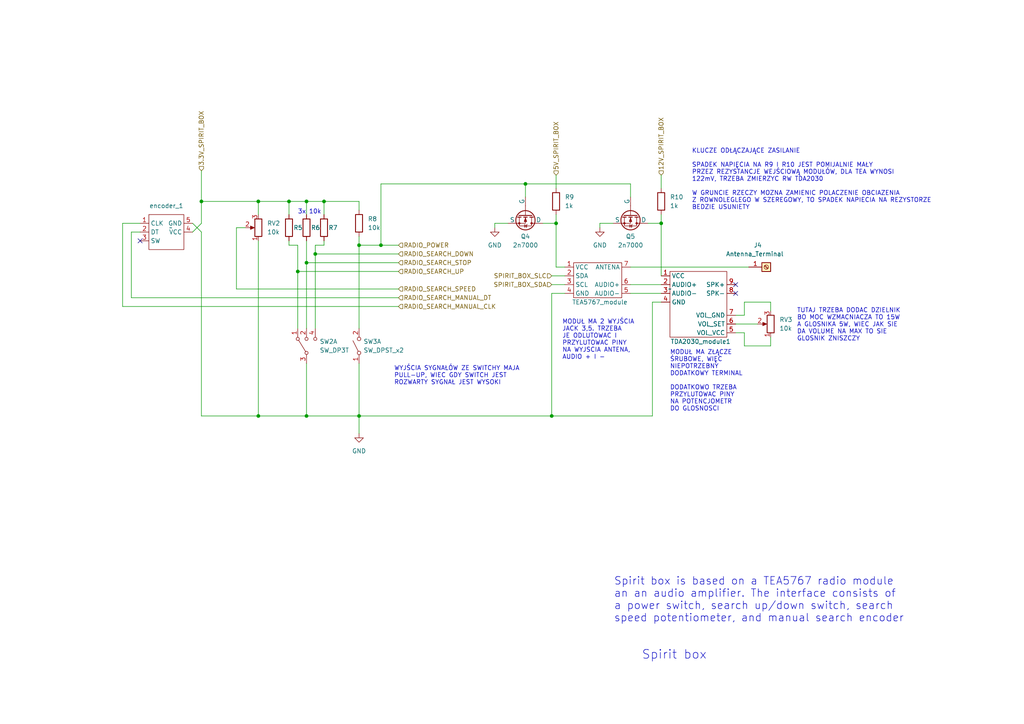
<source format=kicad_sch>
(kicad_sch (version 20231120) (generator "eeschema") (generator_version "8.0")
  (paper "A4")
  (lib_symbols
    (symbol "Connector:Screw_Terminal_01x01" (pin_names (offset 1.016) hide)
      (property "Reference" "J" (at 0 2.54 0))
      (property "Value" "Screw_Terminal_01x01" (at 0 -2.54 0))
      (symbol "Screw_Terminal_01x01_1_1"
        (rectangle (start -1.27 1.27) (end 1.27 -1.27) (stroke (width 0.254)) (fill (type background)))
        (polyline (pts (xy -0.5334 0.3302) (xy 0.3302 -0.508)) (stroke (width 0.1524)))
        (polyline (pts (xy -0.3556 0.508) (xy 0.508 -0.3302)) (stroke (width 0.1524)))
        (circle (center 0 0) (radius 0.635) (stroke (width 0.1524)))
        (pin passive line (at -5.08 0 0) (length 3.81) (name "Pin_1") (number "1"))
      )
    )
    (symbol "Device:R" (pin_numbers hide) (pin_names (offset 0))
      (property "Reference" "R" (at 2.032 0 90))
      (property "Value" "R" (at 0 0 90))
      (symbol "R_0_1"
        (rectangle (start -1.016 -2.54) (end 1.016 2.54) (stroke (width 0.254)))
      )
      (symbol "R_1_1"
        (pin passive line (at 0 3.81 270) (length 1.27) (name "~") (number "1"))
        (pin passive line (at 0 -3.81 90) (length 1.27) (name "~") (number "2"))
      )
    )
    (symbol "Device:R_Potentiometer" (pin_names (offset 1.016) hide)
      (property "Reference" "RV" (at -4.445 0 90))
      (property "Value" "R_Potentiometer" (at -2.54 0 90))
      (symbol "R_Potentiometer_0_1"
        (polyline (pts (xy 2.54 0) (xy 1.524 0)))
        (polyline (pts (xy 1.143 0) (xy 2.286 0.508) (xy 2.286 -0.508) (xy 1.143 0)) (fill (type outline)))
        (rectangle (start 1.016 2.54) (end -1.016 -2.54) (stroke (width 0.254)))
      )
      (symbol "R_Potentiometer_1_1"
        (pin passive line (at 0 3.81 270) (length 1.27) (name "1") (number "1"))
        (pin passive line (at 3.81 0 180) (length 1.27) (name "2") (number "2"))
        (pin passive line (at 0 -3.81 90) (length 1.27) (name "3") (number "3"))
      )
    )
    (symbol "PMIK:TDA2030_module"
      (property "Reference" "U" (at 0 7.62 0))
      (symbol "TDA2030_module_0_1"
        (rectangle (start -8.89 5.08) (end 7.62 -13.97))
      )
      (symbol "TDA2030_module_1_1"
        (pin power_in line (at -11.43 3.81 0) (length 2.54) (name "VCC") (number "1"))
        (pin input line (at -11.43 1.27 0) (length 2.54) (name "AUDIO+") (number "2"))
        (pin output line (at -11.43 -1.27 0) (length 2.54) (name "AUDIO-") (number "3"))
        (pin power_in line (at -11.43 -3.81 0) (length 2.54) (name "GND") (number "4"))
        (pin input line (at 10.16 -12.7 180) (length 2.54) (name "VOL_VCC") (number "5"))
        (pin input line (at 10.16 -10.16 180) (length 2.54) (name "VOL_SET") (number "6"))
        (pin input line (at 10.16 -7.62 180) (length 2.54) (name "VOL_GND") (number "7"))
        (pin output line (at 10.16 -1.27 180) (length 2.54) (name "SPK-") (number "8"))
        (pin output line (at 10.16 1.27 180) (length 2.54) (name "SPK+") (number "9"))
      )
    )
    (symbol "PMIK:TEA5767_module"
      (property "Reference" "U" (at 1.27 6.35 0))
      (property "Value" "TEA5767_module" (at 1.27 8.89 0))
      (symbol "TEA5767_module_0_1"
        (rectangle (start -6.35 5.08) (end 7.62 -5.08))
      )
      (symbol "TEA5767_module_1_1"
        (pin power_in line (at -8.89 3.81 0) (length 2.54) (name "VCC") (number "1"))
        (pin input line (at -8.89 1.27 0) (length 2.54) (name "SDA") (number "2"))
        (pin input line (at -8.89 -1.27 0) (length 2.54) (name "SCL") (number "3"))
        (pin power_in line (at -8.89 -3.81 0) (length 2.54) (name "GND") (number "4"))
        (pin output line (at 10.16 -3.81 180) (length 2.54) (name "AUDIO-") (number "5"))
        (pin output line (at 10.16 -1.27 180) (length 2.54) (name "AUDIO+") (number "6"))
        (pin output line (at 10.16 3.81 180) (length 2.54) (name "ANTENA") (number "7"))
      )
    )
    (symbol "PMIK:encoder"
      (property "Reference" "encoder_" (at 0 5.08 0))
      (symbol "encoder_0_1"
        (rectangle (start -5.08 3.81) (end 5.08 -6.35))
      )
      (symbol "encoder_1_1"
        (pin output line (at -7.62 1.27 0) (length 2.54) (name "CLK") (number "1"))
        (pin output line (at -7.62 -1.27 0) (length 2.54) (name "DT") (number "2"))
        (pin output line (at -7.62 -3.81 0) (length 2.54) (name "SW") (number "3"))
        (pin power_in line (at 7.62 -1.27 180) (length 2.54) (name "VCC") (number "4"))
        (pin power_in line (at 7.62 1.27 180) (length 2.54) (name "GND") (number "5"))
      )
    )
    (symbol "Simulation_SPICE:NMOS" (pin_numbers hide) (pin_names (offset 0))
      (property "Reference" "Q" (at 5.08 1.27 0))
      (property "Value" "NMOS" (at 5.08 -1.27 0))
      (symbol "NMOS_0_1"
        (polyline (pts (xy 0.254 0) (xy -2.54 0)))
        (polyline (pts (xy 0.254 1.905) (xy 0.254 -1.905)) (stroke (width 0.254)))
        (polyline (pts (xy 0.762 -1.27) (xy 0.762 -2.286)) (stroke (width 0.254)))
        (polyline (pts (xy 0.762 0.508) (xy 0.762 -0.508)) (stroke (width 0.254)))
        (polyline (pts (xy 0.762 2.286) (xy 0.762 1.27)) (stroke (width 0.254)))
        (polyline (pts (xy 2.54 2.54) (xy 2.54 1.778)))
        (polyline (pts (xy 2.54 -2.54) (xy 2.54 0) (xy 0.762 0)))
        (polyline (pts (xy 0.762 -1.778) (xy 3.302 -1.778) (xy 3.302 1.778) (xy 0.762 1.778)))
        (polyline (pts (xy 1.016 0) (xy 2.032 0.381) (xy 2.032 -0.381) (xy 1.016 0)) (fill (type outline)))
        (polyline (pts (xy 2.794 0.508) (xy 2.921 0.381) (xy 3.683 0.381) (xy 3.81 0.254)))
        (polyline (pts (xy 3.302 0.381) (xy 2.921 -0.254) (xy 3.683 -0.254) (xy 3.302 0.381)))
        (circle (center 1.651 0) (radius 2.794) (stroke (width 0.254)))
        (circle (center 2.54 -1.778) (radius 0.254) (fill (type outline)))
        (circle (center 2.54 1.778) (radius 0.254) (fill (type outline)))
      )
      (symbol "NMOS_1_1"
        (pin passive line (at 2.54 5.08 270) (length 2.54) (name "D") (number "1"))
        (pin input line (at -5.08 0 0) (length 2.54) (name "G") (number "2"))
        (pin passive line (at 2.54 -5.08 90) (length 2.54) (name "S") (number "3"))
      )
    )
    (symbol "Switch:SW_DP3T" (pin_names (offset 0) hide)
      (property "Reference" "SW" (at 0 5.08 0))
      (property "Value" "SW_DP3T" (at 0 -5.08 0))
      (symbol "SW_DP3T_0_1"
        (circle (center -2.032 0) (radius 0.4572))
        (polyline (pts (xy -1.651 0.254) (xy 1.651 2.286)))
        (circle (center 2.032 -2.54) (radius 0.4572))
        (circle (center 2.032 0) (radius 0.4572))
        (circle (center 2.032 2.54) (radius 0.4572))
      )
      (symbol "SW_DP3T_1_1"
        (pin passive line (at 5.08 2.54 180) (length 2.54) (name "1") (number "1"))
        (pin passive line (at 5.08 0 180) (length 2.54) (name "2") (number "2"))
        (pin passive line (at -5.08 0 0) (length 2.54) (name "3") (number "3"))
        (pin passive line (at 5.08 -2.54 180) (length 2.54) (name "4") (number "4"))
      )
      (symbol "SW_DP3T_2_1"
        (pin passive line (at 5.08 2.54 180) (length 2.54) (name "5") (number "5"))
        (pin passive line (at 5.08 0 180) (length 2.54) (name "6") (number "6"))
        (pin passive line (at -5.08 0 0) (length 2.54) (name "7") (number "7"))
        (pin passive line (at 5.08 -2.54 180) (length 2.54) (name "8") (number "8"))
      )
    )
    (symbol "Switch:SW_DPST_x2" (pin_names (offset 0) hide)
      (property "Reference" "SW" (at 0 3.175 0))
      (property "Value" "SW_DPST_x2" (at 0 -2.54 0))
      (symbol "SW_DPST_x2_0_0"
        (circle (center -2.032 0) (radius 0.508))
        (polyline (pts (xy -1.524 0.254) (xy 1.524 1.778)))
        (circle (center 2.032 0) (radius 0.508))
      )
      (symbol "SW_DPST_x2_1_1"
        (pin passive line (at -5.08 0 0) (length 2.54) (name "A") (number "1"))
        (pin passive line (at 5.08 0 180) (length 2.54) (name "B") (number "2"))
      )
      (symbol "SW_DPST_x2_2_1"
        (pin passive line (at -5.08 0 0) (length 2.54) (name "A") (number "3"))
        (pin passive line (at 5.08 0 180) (length 2.54) (name "B") (number "4"))
      )
    )
    (symbol "power:GND" (power) (pin_names (offset 0))
      (property "Value" "GND" (at 0 -3.81 0))
      (symbol "GND_0_1"
        (polyline (pts (xy 0 0) (xy 0 -1.27) (xy 1.27 -1.27) (xy 0 -2.54) (xy -1.27 -1.27) (xy 0 -1.27)))
      )
      (symbol "GND_1_1"
        (pin power_in line (at 0 0 270) (length 0) hide (name "GND") (number "1"))
      )
    )
  )
  (junction (at 91.44 73.66))
  (junction (at 93.98 58.42))
  (junction (at 58.42 58.42))
  (junction (at 152.4 53.34))
  (junction (at 191.77 64.77))
  (junction (at 88.9 58.42))
  (junction (at 110.49 71.12))
  (junction (at 104.14 120.65))
  (junction (at 160.02 120.65))
  (junction (at 83.82 58.42))
  (junction (at 74.93 120.65))
  (junction (at 86.36 78.74))
  (junction (at 88.9 120.65))
  (junction (at 104.14 71.12))
  (junction (at 161.29 64.77))
  (junction (at 74.93 58.42))
  (junction (at 88.9 76.2))
  (no_connect (at 213.36 82.55))
  (no_connect (at 213.36 85.09))
  (no_connect (at 40.64 69.85))
  (wire (pts (xy 104.14 58.42) (xy 104.14 60.96)))
  (wire (pts (xy 187.96 64.77) (xy 191.77 64.77)))
  (wire (pts (xy 213.36 93.98) (xy 219.71 93.98)))
  (wire (pts (xy 71.12 66.04) (xy 68.58 66.04)))
  (wire (pts (xy 191.77 64.77) (xy 191.77 80.01)))
  (wire (pts (xy 223.52 97.79) (xy 223.52 100.33)))
  (wire (pts (xy 86.36 78.74) (xy 115.57 78.74)))
  (wire (pts (xy 191.77 87.63) (xy 189.23 87.63)))
  (wire (pts (xy 104.14 120.65) (xy 104.14 125.73)))
  (wire (pts (xy 88.9 58.42) (xy 93.98 58.42)))
  (wire (pts (xy 182.88 85.09) (xy 191.77 85.09)))
  (wire (pts (xy 147.32 64.77) (xy 143.51 64.77)))
  (wire (pts (xy 160.02 85.09) (xy 160.02 120.65)))
  (wire (pts (xy 160.02 120.65) (xy 189.23 120.65)))
  (wire (pts (xy 160.02 80.01) (xy 163.83 80.01)))
  (wire (pts (xy 88.9 76.2) (xy 115.57 76.2)))
  (wire (pts (xy 88.9 76.2) (xy 88.9 95.25)))
  (wire (pts (xy 104.14 71.12) (xy 104.14 95.25)))
  (wire (pts (xy 74.93 120.65) (xy 88.9 120.65)))
  (wire (pts (xy 58.42 67.31) (xy 58.42 120.65)))
  (wire (pts (xy 157.48 64.77) (xy 161.29 64.77)))
  (wire (pts (xy 38.1 86.36) (xy 38.1 67.31)))
  (wire (pts (xy 110.49 71.12) (xy 110.49 53.34)))
  (wire (pts (xy 191.77 50.8) (xy 191.77 54.61)))
  (wire (pts (xy 93.98 71.12) (xy 91.44 71.12)))
  (wire (pts (xy 91.44 73.66) (xy 115.57 73.66)))
  (wire (pts (xy 215.9 87.63) (xy 215.9 91.44)))
  (wire (pts (xy 110.49 53.34) (xy 152.4 53.34)))
  (wire (pts (xy 83.82 58.42) (xy 88.9 58.42)))
  (wire (pts (xy 40.64 64.77) (xy 35.56 64.77)))
  (wire (pts (xy 93.98 58.42) (xy 104.14 58.42)))
  (wire (pts (xy 160.02 82.55) (xy 163.83 82.55)))
  (wire (pts (xy 74.93 120.65) (xy 58.42 120.65)))
  (wire (pts (xy 143.51 64.77) (xy 143.51 66.04)))
  (wire (pts (xy 223.52 87.63) (xy 215.9 87.63)))
  (wire (pts (xy 104.14 120.65) (xy 160.02 120.65)))
  (wire (pts (xy 86.36 78.74) (xy 86.36 95.25)))
  (wire (pts (xy 83.82 71.12) (xy 86.36 71.12)))
  (wire (pts (xy 86.36 71.12) (xy 86.36 78.74)))
  (wire (pts (xy 68.58 83.82) (xy 115.57 83.82)))
  (wire (pts (xy 74.93 58.42) (xy 83.82 58.42)))
  (wire (pts (xy 74.93 69.85) (xy 74.93 120.65)))
  (wire (pts (xy 161.29 62.23) (xy 161.29 64.77)))
  (wire (pts (xy 152.4 57.15) (xy 152.4 53.34)))
  (wire (pts (xy 215.9 96.52) (xy 213.36 96.52)))
  (wire (pts (xy 38.1 67.31) (xy 40.64 67.31)))
  (wire (pts (xy 163.83 85.09) (xy 160.02 85.09)))
  (wire (pts (xy 88.9 58.42) (xy 88.9 62.23)))
  (wire (pts (xy 88.9 69.85) (xy 88.9 76.2)))
  (wire (pts (xy 55.88 67.31) (xy 58.42 64.77)))
  (wire (pts (xy 68.58 66.04) (xy 68.58 83.82)))
  (wire (pts (xy 177.8 64.77) (xy 173.99 64.77)))
  (wire (pts (xy 74.93 62.23) (xy 74.93 58.42)))
  (wire (pts (xy 161.29 50.8) (xy 161.29 54.61)))
  (wire (pts (xy 35.56 64.77) (xy 35.56 88.9)))
  (wire (pts (xy 104.14 71.12) (xy 110.49 71.12)))
  (wire (pts (xy 58.42 49.53) (xy 58.42 58.42)))
  (wire (pts (xy 38.1 86.36) (xy 115.57 86.36)))
  (wire (pts (xy 189.23 87.63) (xy 189.23 120.65)))
  (wire (pts (xy 161.29 64.77) (xy 161.29 77.47)))
  (wire (pts (xy 223.52 100.33) (xy 215.9 100.33)))
  (wire (pts (xy 182.88 53.34) (xy 152.4 53.34)))
  (wire (pts (xy 161.29 77.47) (xy 163.83 77.47)))
  (wire (pts (xy 58.42 67.31) (xy 55.88 64.77)))
  (wire (pts (xy 104.14 68.58) (xy 104.14 71.12)))
  (wire (pts (xy 35.56 88.9) (xy 115.57 88.9)))
  (wire (pts (xy 110.49 71.12) (xy 115.57 71.12)))
  (wire (pts (xy 58.42 58.42) (xy 58.42 64.77)))
  (wire (pts (xy 213.36 91.44) (xy 215.9 91.44)))
  (wire (pts (xy 58.42 58.42) (xy 74.93 58.42)))
  (wire (pts (xy 182.88 57.15) (xy 182.88 53.34)))
  (wire (pts (xy 104.14 105.41) (xy 104.14 120.65)))
  (wire (pts (xy 83.82 58.42) (xy 83.82 62.23)))
  (wire (pts (xy 88.9 120.65) (xy 104.14 120.65)))
  (wire (pts (xy 223.52 90.17) (xy 223.52 87.63)))
  (wire (pts (xy 191.77 62.23) (xy 191.77 64.77)))
  (wire (pts (xy 93.98 69.85) (xy 93.98 71.12)))
  (wire (pts (xy 83.82 69.85) (xy 83.82 71.12)))
  (wire (pts (xy 182.88 82.55) (xy 191.77 82.55)))
  (wire (pts (xy 173.99 64.77) (xy 173.99 66.04)))
  (wire (pts (xy 88.9 105.41) (xy 88.9 120.65)))
  (wire (pts (xy 91.44 73.66) (xy 91.44 95.25)))
  (wire (pts (xy 91.44 71.12) (xy 91.44 73.66)))
  (wire (pts (xy 215.9 100.33) (xy 215.9 96.52)))
  (wire (pts (xy 182.88 77.47) (xy 217.17 77.47)))
  (wire (pts (xy 93.98 58.42) (xy 93.98 62.23)))
  (text "MODUŁ MA ZŁĄCZE\nŚRUBOWE, WIĘC\nNIEPOTRZEBNY\nDODATKOWY TERMINAL\n\nDODATKOWO TRZEBA\nPRZYLUTOWAC PINY\nNA POTENCJOMETR\nDO GLOSNOSCI\n" (at 194.31 119.38 0) (effects (font (size 1.27 1.27)) (justify left bottom)))
  (text "TUTAJ TRZEBA DODAC DZIELNIK\nBO MOC WZMACNIACZA TO 15W\nA GLOSNIKA 5W, WIEC JAK SIE\nDA VOLUME NA MAX TO SIE\nGLOSNIK ZNISZCZY\n" (at 231.14 99.06 0) (effects (font (size 1.27 1.27)) (justify left bottom)))
  (text "Spirit box is based on a TEA5767 radio module\nan an audio amplifier. The interface consists of\na power switch, search up/down switch, search \nspeed potentiometer, and manual search encoder" (at 178.054 173.99 0) (effects (font (size 2.2098 2.2098)) (justify left)))
  (text "Spirit box" (at 195.58 189.992 0) (effects (font (size 2.54 2.54))))
  (text "MODUŁ MA 2 WYJŚCIA\nJACK 3,5. TRZEBA\nJE ODLUTOWAC I\nPRZYLUTOWAC PINY\nNA WYJSCIA ANTENA,\nAUDIO + I -" (at 163.068 104.394 0) (effects (font (size 1.27 1.27)) (justify left bottom)))
  (text "WYJŚCIA SYGNAŁÓW ZE SWITCHY MAJA\nPULL-UP, WIEC GDY SWITCH JEST\nROZWARTY SYGNAŁ JEST WYSOKI\n" (at 114.3 111.76 0) (effects (font (size 1.27 1.27)) (justify left bottom)))
  (text "KLUCZE ODŁĄCZAJĄCE ZASILANIE\n\nSPADEK NAPIĘCIA NA R9 I R10 JEST POMIJALNIE MAŁY\nPRZEZ REZYSTANCJE WEJŚCIOWĄ MODUŁÓW, DLA TEA WYNOSI\n122mV, TRZEBA ZMIERZYC RW TDA2030\n\nW GRUNCIE RZECZY MOZNA ZAMIENIC POLACZENIE OBCIAZENIA\nZ ROWNOLEGLEGO W SZEREGOWY, TO SPADEK NAPIECIA NA REZYSTORZE\nBEDZIE USUNIETY\n" (at 200.66 60.96 0) (effects (font (size 1.27 1.27)) (justify left bottom)))
  (text "3x 10k\n" (at 86.36 62.23 0) (effects (font (size 1.27 1.27)) (justify left bottom)))
  (hierarchical_label "RADIO_SEARCH_STOP" (shape input) (at 115.57 76.2 0))
  (hierarchical_label "3.3V_SPIRIT_BOX" (shape input) (at 58.42 49.53 90))
  (hierarchical_label "SPIRIT_BOX_SLC" (shape input) (at 160.02 80.01 180))
  (hierarchical_label "RADIO_SEARCH_MANUAL_CLK" (shape input) (at 115.57 88.9 0))
  (hierarchical_label "5V_SPIRIT_BOX" (shape input) (at 161.29 50.8 90))
  (hierarchical_label "RADIO_SEARCH_SPEED" (shape input) (at 115.57 83.82 0))
  (hierarchical_label "RADIO_SEARCH_UP" (shape input) (at 115.57 78.74 0))
  (hierarchical_label "RADIO_SEARCH_MANUAL_DT" (shape input) (at 115.57 86.36 0))
  (hierarchical_label "SPIRIT_BOX_SDA" (shape input) (at 160.02 82.55 180))
  (hierarchical_label "RADIO_SEARCH_DOWN" (shape input) (at 115.57 73.66 0))
  (hierarchical_label "RADIO_POWER" (shape input) (at 115.57 71.12 0))
  (hierarchical_label "12V_SPIRIT_BOX" (shape input) (at 191.77 50.8 90))
  (symbol (lib_id "Device:R") (at 93.98 66.04 0) (unit 1)
    (property "Reference" "R7" (at 95.25 66.04 0) (effects (justify left)))
    (property "Value" "10k" (effects (hide yes)))
  )
  (symbol (lib_id "power:GND") (at 173.99 66.04 0) (unit 1)
    (property "Reference" "#PWR08" (effects (hide yes)))
    (property "Value" "GND" (at 173.99 71.12 0))
  )
  (symbol (lib_id "Device:R") (at 191.77 58.42 0) (unit 1)
    (property "Reference" "R10" (at 194.31 57.15 0) (effects (justify left)))
    (property "Value" "1k" (at 194.31 59.69 0) (effects (justify left)))
  )
  (symbol (lib_id "PMIK:encoder") (at 48.26 66.04 0) (unit 1)
    (property "Reference" "encoder_1" (at 48.26 59.69 0))
    (property "Value" "~" (at 49.53 66.04 0))
  )
  (symbol (lib_id "Device:R") (at 88.9 66.04 0) (unit 1)
    (property "Reference" "R6" (at 90.17 66.04 0) (effects (justify left)))
    (property "Value" "10k" (effects (hide yes)))
  )
  (symbol (lib_id "Connector:Screw_Terminal_01x01") (at 222.25 77.47 0) (unit 1)
    (property "Reference" "J4" (at 220.98 71.12 0) (effects (justify right)))
    (property "Value" "Antenna_Terminal" (at 227.33 73.66 0) (effects (justify right)))
  )
  (symbol (lib_id "Switch:SW_DP3T") (at 88.9 100.33 90) (unit 1)
    (property "Reference" "SW2" (at 92.71 99.06 90) (effects (justify right)))
    (property "Value" "SW_DP3T" (at 92.71 101.6 90) (effects (justify right)))
  )
  (symbol (lib_id "power:GND") (at 104.14 125.73 0) (unit 1)
    (property "Reference" "#PWR05" (effects (hide yes)))
    (property "Value" "GND" (at 104.14 130.81 0))
  )
  (symbol (lib_id "Device:R") (at 83.82 66.04 0) (unit 1)
    (property "Reference" "R5" (at 85.09 66.04 0) (effects (justify left)))
    (property "Value" "10k" (effects (hide yes)))
  )
  (symbol (lib_id "PMIK:TDA2030_module") (at 203.2 83.82 0) (unit 1)
    (property "Reference" "TDA2030_module1" (at 203.2 99.06 0))
    (property "Value" "~" (at 194.31 83.82 0))
  )
  (symbol (lib_id "Device:R_Potentiometer") (at 74.93 66.04 180) (unit 1)
    (property "Reference" "RV2" (at 77.47 64.77 0) (effects (justify right)))
    (property "Value" "10k" (at 77.47 67.31 0) (effects (justify right)))
  )
  (symbol (lib_id "Switch:SW_DPST_x2") (at 104.14 100.33 90) (unit 1)
    (property "Reference" "SW3" (at 105.41 99.06 90) (effects (justify right)))
    (property "Value" "SW_DPST_x2" (at 105.41 101.6 90) (effects (justify right)))
  )
  (symbol (lib_id "Device:R_Potentiometer") (at 223.52 93.98 180) (unit 1)
    (property "Reference" "RV3" (at 226.06 92.71 0) (effects (justify right)))
    (property "Value" "10k" (at 226.06 95.25 0) (effects (justify right)))
  )
  (symbol (lib_id "Device:R") (at 161.29 58.42 0) (unit 1)
    (property "Reference" "R9" (at 163.83 57.15 0) (effects (justify left)))
    (property "Value" "1k" (at 163.83 59.69 0) (effects (justify left)))
  )
  (symbol (lib_id "Simulation_SPICE:NMOS") (at 182.88 62.23 270) (unit 1)
    (property "Reference" "Q5" (at 182.88 68.58 90))
    (property "Value" "2n7000" (at 182.88 71.12 90))
    (property "Datasheet" "https://ngspice.sourceforge.io/docs/ngspice-manual.pdf" (effects (hide yes)))
    (property "Sim.Device" "NMOS" (effects (hide yes)))
    (property "Sim.Type" "VDMOS" (effects (hide yes)))
    (property "Sim.Pins" "1=D 2=G 3=S" (effects (hide yes)))
  )
  (symbol (lib_id "Device:R") (at 104.14 64.77 0) (unit 1)
    (property "Reference" "R8" (at 106.68 63.5 0) (effects (justify left)))
    (property "Value" "10k" (at 106.68 66.04 0) (effects (justify left)))
  )
  (symbol (lib_id "PMIK:TEA5767_module") (at 172.72 81.28 0) (unit 1)
    (property "Reference" "U2" (effects (hide yes)))
    (property "Value" "TEA5767_module" (at 173.99 87.63 0))
  )
  (symbol (lib_id "Simulation_SPICE:NMOS") (at 152.4 62.23 270) (unit 1)
    (property "Reference" "Q4" (at 152.4 68.58 90))
    (property "Value" "2n7000" (at 152.4 71.12 90))
    (property "Datasheet" "https://ngspice.sourceforge.io/docs/ngspice-manual.pdf" (effects (hide yes)))
    (property "Sim.Device" "NMOS" (effects (hide yes)))
    (property "Sim.Type" "VDMOS" (effects (hide yes)))
    (property "Sim.Pins" "1=D 2=G 3=S" (effects (hide yes)))
  )
  (symbol (lib_id "power:GND") (at 143.51 66.04 0) (unit 1)
    (property "Reference" "#PWR06" (effects (hide yes)))
    (property "Value" "GND" (at 143.51 71.12 0))
  )
)
</source>
